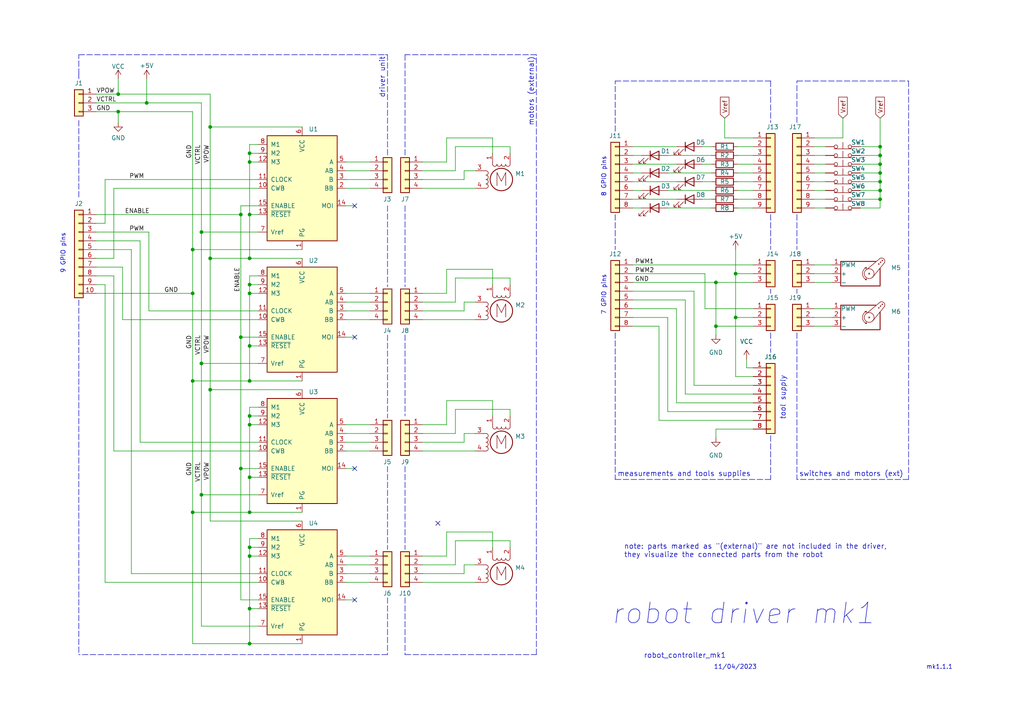
<source format=kicad_sch>
(kicad_sch (version 20211123) (generator eeschema)
  (paper "A4")
  (lib_symbols
    (symbol "Connector_Generic:Conn_01x03" (pin_names (offset 1.016) hide)
      (property "Reference" "J" (at 0 5.08 0))
      (property "Value" "Conn_01x03" (at 0 -5.08 0))
      (symbol "Conn_01x03_1_1"
        (rectangle (start -1.27 -2.413) (end 0 -2.667) (stroke (width 0.1524)))
        (rectangle (start -1.27 0.127) (end 0 -0.127) (stroke (width 0.1524)))
        (rectangle (start -1.27 2.667) (end 0 2.413) (stroke (width 0.1524)))
        (rectangle (start -1.27 3.81) (end 1.27 -3.81) (stroke (width 0.254)) (fill (type background)))
        (pin passive line (at -5.08 2.54 0) (length 3.81) (name "Pin_1") (number "1"))
        (pin passive line (at -5.08 0 0) (length 3.81) (name "Pin_2") (number "2"))
        (pin passive line (at -5.08 -2.54 0) (length 3.81) (name "Pin_3") (number "3"))
      )
    )
    (symbol "Connector_Generic:Conn_01x04" (pin_names (offset 1.016) hide)
      (property "Reference" "J" (at 0 5.08 0))
      (property "Value" "Conn_01x04" (at 0 -7.62 0))
      (symbol "Conn_01x04_1_1"
        (rectangle (start -1.27 -4.953) (end 0 -5.207) (stroke (width 0.1524)))
        (rectangle (start -1.27 -2.413) (end 0 -2.667) (stroke (width 0.1524)))
        (rectangle (start -1.27 0.127) (end 0 -0.127) (stroke (width 0.1524)))
        (rectangle (start -1.27 2.667) (end 0 2.413) (stroke (width 0.1524)))
        (rectangle (start -1.27 3.81) (end 1.27 -6.35) (stroke (width 0.254)) (fill (type background)))
        (pin passive line (at -5.08 2.54 0) (length 3.81) (name "Pin_1") (number "1"))
        (pin passive line (at -5.08 0 0) (length 3.81) (name "Pin_2") (number "2"))
        (pin passive line (at -5.08 -2.54 0) (length 3.81) (name "Pin_3") (number "3"))
        (pin passive line (at -5.08 -5.08 0) (length 3.81) (name "Pin_4") (number "4"))
      )
    )
    (symbol "Connector_Generic:Conn_01x08" (pin_names (offset 1.016) hide)
      (property "Reference" "J" (at 0 10.16 0))
      (property "Value" "Conn_01x08" (at 0 -12.7 0))
      (symbol "Conn_01x08_1_1"
        (rectangle (start -1.27 -10.033) (end 0 -10.287) (stroke (width 0.1524)))
        (rectangle (start -1.27 -7.493) (end 0 -7.747) (stroke (width 0.1524)))
        (rectangle (start -1.27 -4.953) (end 0 -5.207) (stroke (width 0.1524)))
        (rectangle (start -1.27 -2.413) (end 0 -2.667) (stroke (width 0.1524)))
        (rectangle (start -1.27 0.127) (end 0 -0.127) (stroke (width 0.1524)))
        (rectangle (start -1.27 2.667) (end 0 2.413) (stroke (width 0.1524)))
        (rectangle (start -1.27 5.207) (end 0 4.953) (stroke (width 0.1524)))
        (rectangle (start -1.27 7.747) (end 0 7.493) (stroke (width 0.1524)))
        (rectangle (start -1.27 8.89) (end 1.27 -11.43) (stroke (width 0.254)) (fill (type background)))
        (pin passive line (at -5.08 7.62 0) (length 3.81) (name "Pin_1") (number "1"))
        (pin passive line (at -5.08 5.08 0) (length 3.81) (name "Pin_2") (number "2"))
        (pin passive line (at -5.08 2.54 0) (length 3.81) (name "Pin_3") (number "3"))
        (pin passive line (at -5.08 0 0) (length 3.81) (name "Pin_4") (number "4"))
        (pin passive line (at -5.08 -2.54 0) (length 3.81) (name "Pin_5") (number "5"))
        (pin passive line (at -5.08 -5.08 0) (length 3.81) (name "Pin_6") (number "6"))
        (pin passive line (at -5.08 -7.62 0) (length 3.81) (name "Pin_7") (number "7"))
        (pin passive line (at -5.08 -10.16 0) (length 3.81) (name "Pin_8") (number "8"))
      )
    )
    (symbol "Connector_Generic:Conn_01x09" (pin_names (offset 1.016) hide)
      (property "Reference" "J" (at 0 12.7 0))
      (property "Value" "Conn_01x09" (at 0 -12.7 0))
      (symbol "Conn_01x09_1_1"
        (rectangle (start -1.27 -10.033) (end 0 -10.287) (stroke (width 0.1524)))
        (rectangle (start -1.27 -7.493) (end 0 -7.747) (stroke (width 0.1524)))
        (rectangle (start -1.27 -4.953) (end 0 -5.207) (stroke (width 0.1524)))
        (rectangle (start -1.27 -2.413) (end 0 -2.667) (stroke (width 0.1524)))
        (rectangle (start -1.27 0.127) (end 0 -0.127) (stroke (width 0.1524)))
        (rectangle (start -1.27 2.667) (end 0 2.413) (stroke (width 0.1524)))
        (rectangle (start -1.27 5.207) (end 0 4.953) (stroke (width 0.1524)))
        (rectangle (start -1.27 7.747) (end 0 7.493) (stroke (width 0.1524)))
        (rectangle (start -1.27 10.287) (end 0 10.033) (stroke (width 0.1524)))
        (rectangle (start -1.27 11.43) (end 1.27 -11.43) (stroke (width 0.254)) (fill (type background)))
        (pin passive line (at -5.08 10.16 0) (length 3.81) (name "Pin_1") (number "1"))
        (pin passive line (at -5.08 7.62 0) (length 3.81) (name "Pin_2") (number "2"))
        (pin passive line (at -5.08 5.08 0) (length 3.81) (name "Pin_3") (number "3"))
        (pin passive line (at -5.08 2.54 0) (length 3.81) (name "Pin_4") (number "4"))
        (pin passive line (at -5.08 0 0) (length 3.81) (name "Pin_5") (number "5"))
        (pin passive line (at -5.08 -2.54 0) (length 3.81) (name "Pin_6") (number "6"))
        (pin passive line (at -5.08 -5.08 0) (length 3.81) (name "Pin_7") (number "7"))
        (pin passive line (at -5.08 -7.62 0) (length 3.81) (name "Pin_8") (number "8"))
        (pin passive line (at -5.08 -10.16 0) (length 3.81) (name "Pin_9") (number "9"))
      )
    )
    (symbol "Connector_Generic:Conn_01x10" (pin_names (offset 1.016) hide)
      (property "Reference" "J" (at 0 12.7 0))
      (property "Value" "Conn_01x10" (at 0 -15.24 0))
      (symbol "Conn_01x10_1_1"
        (rectangle (start -1.27 -12.573) (end 0 -12.827) (stroke (width 0.1524)))
        (rectangle (start -1.27 -10.033) (end 0 -10.287) (stroke (width 0.1524)))
        (rectangle (start -1.27 -7.493) (end 0 -7.747) (stroke (width 0.1524)))
        (rectangle (start -1.27 -4.953) (end 0 -5.207) (stroke (width 0.1524)))
        (rectangle (start -1.27 -2.413) (end 0 -2.667) (stroke (width 0.1524)))
        (rectangle (start -1.27 0.127) (end 0 -0.127) (stroke (width 0.1524)))
        (rectangle (start -1.27 2.667) (end 0 2.413) (stroke (width 0.1524)))
        (rectangle (start -1.27 5.207) (end 0 4.953) (stroke (width 0.1524)))
        (rectangle (start -1.27 7.747) (end 0 7.493) (stroke (width 0.1524)))
        (rectangle (start -1.27 10.287) (end 0 10.033) (stroke (width 0.1524)))
        (rectangle (start -1.27 11.43) (end 1.27 -13.97) (stroke (width 0.254)) (fill (type background)))
        (pin passive line (at -5.08 10.16 0) (length 3.81) (name "Pin_1") (number "1"))
        (pin passive line (at -5.08 -12.7 0) (length 3.81) (name "Pin_10") (number "10"))
        (pin passive line (at -5.08 7.62 0) (length 3.81) (name "Pin_2") (number "2"))
        (pin passive line (at -5.08 5.08 0) (length 3.81) (name "Pin_3") (number "3"))
        (pin passive line (at -5.08 2.54 0) (length 3.81) (name "Pin_4") (number "4"))
        (pin passive line (at -5.08 0 0) (length 3.81) (name "Pin_5") (number "5"))
        (pin passive line (at -5.08 -2.54 0) (length 3.81) (name "Pin_6") (number "6"))
        (pin passive line (at -5.08 -5.08 0) (length 3.81) (name "Pin_7") (number "7"))
        (pin passive line (at -5.08 -7.62 0) (length 3.81) (name "Pin_8") (number "8"))
        (pin passive line (at -5.08 -10.16 0) (length 3.81) (name "Pin_9") (number "9"))
      )
    )
    (symbol "Device:LED" (pin_numbers hide) (pin_names (offset 1.016) hide)
      (property "Reference" "D" (at 0 2.54 0))
      (property "Value" "LED" (at 0 -2.54 0))
      (symbol "LED_0_1"
        (polyline (pts (xy -1.27 -1.27) (xy -1.27 1.27)) (stroke (width 0.254)))
        (polyline (pts (xy -1.27 0) (xy 1.27 0)))
        (polyline (pts (xy 1.27 -1.27) (xy 1.27 1.27) (xy -1.27 0) (xy 1.27 -1.27)) (stroke (width 0.254)))
        (polyline (pts (xy -3.048 -0.762) (xy -4.572 -2.286) (xy -3.81 -2.286) (xy -4.572 -2.286) (xy -4.572 -1.524)))
        (polyline (pts (xy -1.778 -0.762) (xy -3.302 -2.286) (xy -2.54 -2.286) (xy -3.302 -2.286) (xy -3.302 -1.524)))
      )
      (symbol "LED_1_1"
        (pin passive line (at -3.81 0 0) (length 2.54) (name "K") (number "1"))
        (pin passive line (at 3.81 0 180) (length 2.54) (name "A") (number "2"))
      )
    )
    (symbol "Device:R" (pin_numbers hide) (pin_names (offset 0))
      (property "Reference" "R" (at 2.032 0 90))
      (property "Value" "R" (at 0 0 90))
      (symbol "R_0_1"
        (rectangle (start -1.016 -2.54) (end 1.016 2.54) (stroke (width 0.254)))
      )
      (symbol "R_1_1"
        (pin passive line (at 0 3.81 270) (length 1.27) (name "~") (number "1"))
        (pin passive line (at 0 -3.81 90) (length 1.27) (name "~") (number "2"))
      )
    )
    (symbol "Driver_Motor:STK672-080-E" (pin_names (offset 1.016))
      (property "Reference" "U" (at -7.62 16.51 0))
      (property "Value" "STK672-080-E" (at 0 0 90))
      (symbol "STK672-080-E_0_1"
        (rectangle (start -10.16 15.24) (end 10.16 -15.24) (stroke (width 0.254)) (fill (type background)))
      )
      (symbol "STK672-080-E_1_1"
        (pin power_in line (at 0 -17.78 90) (length 2.54) (name "PG") (number "1"))
        (pin input line (at -12.7 0 0) (length 2.54) (name "CWB") (number "10"))
        (pin input line (at -12.7 2.54 0) (length 2.54) (name "CLOCK") (number "11"))
        (pin input line (at -12.7 7.62 0) (length 2.54) (name "M3") (number "12"))
        (pin input line (at -12.7 -7.62 0) (length 2.54) (name "~{RESET}") (number "13"))
        (pin output line (at 12.7 -5.08 180) (length 2.54) (name "MOI") (number "14"))
        (pin input line (at -12.7 -5.08 0) (length 2.54) (name "ENABLE") (number "15"))
        (pin output line (at 12.7 0 180) (length 2.54) (name "BB") (number "2"))
        (pin output line (at 12.7 2.54 180) (length 2.54) (name "B") (number "3"))
        (pin output line (at 12.7 5.08 180) (length 2.54) (name "AB") (number "4"))
        (pin output line (at 12.7 7.62 180) (length 2.54) (name "A") (number "5"))
        (pin power_in line (at 0 17.78 270) (length 2.54) (name "VCC") (number "6"))
        (pin input line (at -12.7 -12.7 0) (length 2.54) (name "Vref") (number "7"))
        (pin input line (at -12.7 12.7 0) (length 2.54) (name "M1") (number "8"))
        (pin input line (at -12.7 10.16 0) (length 2.54) (name "M2") (number "9"))
      )
    )
    (symbol "GND_1" (power) (pin_names (offset 0))
      (property "Value" "GND_1" (at 0 -3.81 0))
      (symbol "GND_1_0_1"
        (polyline (pts (xy 0 0) (xy 0 -1.27) (xy 1.27 -1.27) (xy 0 -2.54) (xy -1.27 -1.27) (xy 0 -1.27)))
      )
      (symbol "GND_1_1_1"
        (pin power_in line (at 0 0 270) (length 0) hide (name "GND") (number "1"))
      )
    )
    (symbol "Motor:Motor_Servo" (pin_names (offset 0.0254))
      (property "Reference" "M" (at -5.08 4.445 0))
      (property "Value" "Motor_Servo" (at -5.08 -4.064 0))
      (symbol "Motor_Servo_0_1"
        (polyline (pts (xy 2.413 -1.778) (xy 2.032 -1.778)))
        (polyline (pts (xy 2.413 -1.778) (xy 2.286 -1.397)))
        (polyline (pts (xy 2.413 1.778) (xy 1.905 1.778)))
        (polyline (pts (xy 2.413 1.778) (xy 2.286 1.397)))
        (polyline (pts (xy 6.35 4.445) (xy 2.54 1.27)))
        (polyline (pts (xy 7.62 3.175) (xy 4.191 -1.016)))
        (polyline (pts (xy 5.08 3.556) (xy -5.08 3.556) (xy -5.08 -3.556) (xy 6.35 -3.556) (xy 6.35 1.524)) (stroke (width 0.254)))
        (arc (start 2.413 1.778) (mid 1.2406 0) (end 2.413 -1.778))
        (circle (center 3.175 0) (radius 0.1778))
        (circle (center 3.175 0) (radius 1.4224))
        (circle (center 5.969 2.794) (radius 0.127))
        (circle (center 6.477 3.302) (radius 0.127))
        (circle (center 6.985 3.81) (radius 0.127))
        (arc (start 7.62 3.175) (mid 7.4485 4.2735) (end 6.35 4.445))
      )
      (symbol "Motor_Servo_1_1"
        (pin passive line (at -7.62 2.54 0) (length 2.54) (name "PWM") (number "1"))
        (pin passive line (at -7.62 0 0) (length 2.54) (name "+") (number "2"))
        (pin passive line (at -7.62 -2.54 0) (length 2.54) (name "-") (number "3"))
      )
    )
    (symbol "Motor:Stepper_Motor_bipolar" (pin_names (offset 0) hide)
      (property "Reference" "M" (at 3.81 2.54 0))
      (property "Value" "Stepper_Motor_bipolar" (at 3.81 1.27 0))
      (symbol "Stepper_Motor_bipolar_0_0"
        (polyline (pts (xy -1.27 -1.778) (xy -1.27 2.032) (xy 0 -0.508) (xy 1.27 2.032) (xy 1.27 -1.778)))
      )
      (symbol "Stepper_Motor_bipolar_0_1"
        (arc (start -4.445 -2.54) (mid -3.81 -1.905) (end -4.445 -1.27))
        (arc (start -4.445 -1.27) (mid -3.81 -0.635) (end -4.445 0))
        (arc (start -4.445 0) (mid -3.81 0.635) (end -4.445 1.27))
        (arc (start -4.445 1.27) (mid -3.81 1.905) (end -4.445 2.54))
        (arc (start -2.54 4.445) (mid -1.905 3.81) (end -1.27 4.445))
        (arc (start -1.27 4.445) (mid -0.635 3.81) (end 0 4.445))
        (polyline (pts (xy -5.08 -2.54) (xy -4.445 -2.54)))
        (polyline (pts (xy -5.08 2.54) (xy -4.445 2.54)))
        (polyline (pts (xy -2.54 5.08) (xy -2.54 4.445)))
        (polyline (pts (xy 2.54 5.08) (xy 2.54 4.445)))
        (circle (center 0 0) (radius 3.2512) (stroke (width 0.254)))
        (arc (start 0 4.445) (mid 0.635 3.81) (end 1.27 4.445))
        (arc (start 1.27 4.445) (mid 1.905 3.81) (end 2.54 4.445))
      )
      (symbol "Stepper_Motor_bipolar_1_1"
        (pin passive line (at -2.54 7.62 270) (length 2.54) (name "~") (number "1"))
        (pin passive line (at 2.54 7.62 270) (length 2.54) (name "-") (number "2"))
        (pin passive line (at -7.62 2.54 0) (length 2.54) (name "~") (number "3"))
        (pin passive line (at -7.62 -2.54 0) (length 2.54) (name "~") (number "4"))
      )
    )
    (symbol "Switch:SW_Push_Open" (pin_numbers hide) (pin_names (offset 1.016) hide)
      (property "Reference" "SW" (at 0 2.54 0))
      (property "Value" "SW_Push_Open" (at 0 -1.905 0))
      (symbol "SW_Push_Open_0_1"
        (circle (center -2.032 0) (radius 0.508))
        (polyline (pts (xy -2.54 -0.635) (xy 2.54 -0.635)))
        (polyline (pts (xy 0 -0.635) (xy 0 1.27)))
        (circle (center 2.032 0) (radius 0.508))
        (pin passive line (at -5.08 0 0) (length 2.54) (name "A") (number "1"))
      )
      (symbol "SW_Push_Open_1_1"
        (pin passive line (at 5.08 0 180) (length 2.54) (name "B") (number "2"))
      )
    )
    (symbol "VCC_1" (power) (pin_names (offset 0))
      (property "Value" "VCC_1" (at 0 3.81 0))
      (symbol "VCC_1_0_1"
        (polyline (pts (xy -0.762 1.27) (xy 0 2.54)))
        (polyline (pts (xy 0 0) (xy 0 2.54)))
        (polyline (pts (xy 0 2.54) (xy 0.762 1.27)))
      )
      (symbol "VCC_1_1_1"
        (pin power_in line (at 0 0 90) (length 0) hide (name "VCC") (number "1"))
      )
    )
    (symbol "power:+5V" (power) (pin_names (offset 0))
      (property "Value" "+5V" (at 0 3.556 0))
      (symbol "+5V_0_1"
        (polyline (pts (xy -0.762 1.27) (xy 0 2.54)))
        (polyline (pts (xy 0 0) (xy 0 2.54)))
        (polyline (pts (xy 0 2.54) (xy 0.762 1.27)))
      )
      (symbol "+5V_1_1"
        (pin power_in line (at 0 0 90) (length 0) hide (name "+5V") (number "1"))
      )
    )
    (symbol "power:GND" (power) (pin_names (offset 0))
      (property "Value" "GND" (at 0 -3.81 0))
      (symbol "GND_0_1"
        (polyline (pts (xy 0 0) (xy 0 -1.27) (xy 1.27 -1.27) (xy 0 -2.54) (xy -1.27 -1.27) (xy 0 -1.27)))
      )
      (symbol "GND_1_1"
        (pin power_in line (at 0 0 270) (length 0) hide (name "GND") (number "1"))
      )
    )
    (symbol "power:VCC" (power) (pin_names (offset 0))
      (property "Value" "VCC" (at 0 3.81 0))
      (symbol "VCC_0_1"
        (polyline (pts (xy -0.762 1.27) (xy 0 2.54)))
        (polyline (pts (xy 0 0) (xy 0 2.54)))
        (polyline (pts (xy 0 2.54) (xy 0.762 1.27)))
      )
      (symbol "VCC_1_1"
        (pin power_in line (at 0 0 90) (length 0) hide (name "VCC") (number "1"))
      )
    )
  )
  (junction (at 255.27 55.245))
  (junction (at 60.96 36.83))
  (junction (at 255.27 57.785))
  (junction (at 72.39 110.49))
  (junction (at 255.27 45.085))
  (junction (at 72.39 186.69))
  (junction (at 72.39 100.33))
  (junction (at 55.88 72.39))
  (junction (at 72.39 82.55))
  (junction (at 72.39 74.93))
  (junction (at 55.88 148.59))
  (junction (at 60.96 113.03))
  (junction (at 58.42 105.41))
  (junction (at 207.645 81.915))
  (junction (at 72.39 85.09))
  (junction (at 72.39 123.19))
  (junction (at 72.39 44.45))
  (junction (at 255.27 42.545))
  (junction (at 69.85 97.79))
  (junction (at 213.36 79.375))
  (junction (at 255.27 50.165))
  (junction (at 34.29 27.305))
  (junction (at 55.88 85.09))
  (junction (at 60.96 74.93))
  (junction (at 255.27 52.705))
  (junction (at 34.29 32.385))
  (junction (at 207.645 94.615))
  (junction (at 72.39 176.53))
  (junction (at 58.42 67.31))
  (junction (at 72.39 46.99))
  (junction (at 72.39 138.43))
  (junction (at 69.85 62.23))
  (junction (at 72.39 120.65))
  (junction (at 72.39 158.75))
  (junction (at 58.42 143.51))
  (junction (at 72.39 148.59))
  (junction (at 213.36 92.075))
  (junction (at 55.88 110.49))
  (junction (at 72.39 161.29))
  (junction (at 255.27 47.625))
  (junction (at 42.545 29.845))
  (junction (at 72.39 62.23))
  (junction (at 69.85 135.89))
  (no_connect (at 102.87 97.79))
  (no_connect (at 102.87 135.89))
  (no_connect (at 102.87 173.99))
  (no_connect (at 127 151.765))
  (no_connect (at 102.87 59.69))
  (polyline (pts (xy 22.86 15.875) (xy 111.76 15.875)))
  (wire (pts (xy 183.515 86.995) (xy 198.755 86.995)))
  (wire (pts (xy 87.63 113.03) (xy 60.96 113.03)))
  (wire (pts (xy 43.18 90.17) (xy 43.18 67.31)))
  (wire (pts (xy 27.94 62.23) (xy 69.85 62.23)))
  (wire (pts (xy 210.185 34.29) (xy 210.185 40.005)))
  (wire (pts (xy 122.555 168.91) (xy 137.795 168.91)))
  (wire (pts (xy 58.42 67.31) (xy 74.93 67.31)))
  (wire (pts (xy 72.39 176.53) (xy 74.93 176.53)))
  (wire (pts (xy 236.22 81.915) (xy 241.3 81.915)))
  (wire (pts (xy 72.39 62.23) (xy 72.39 46.99)))
  (wire (pts (xy 74.93 92.71) (xy 35.56 92.71)))
  (wire (pts (xy 74.93 118.11) (xy 72.39 118.11)))
  (wire (pts (xy 55.88 148.59) (xy 72.39 148.59)))
  (wire (pts (xy 129.54 40.005) (xy 142.875 40.005)))
  (wire (pts (xy 183.515 52.705) (xy 196.215 52.705)))
  (wire (pts (xy 134.62 166.37) (xy 134.62 163.83)))
  (polyline (pts (xy 223.52 83.82) (xy 223.52 85.09)))
  (wire (pts (xy 72.39 176.53) (xy 72.39 186.69)))
  (wire (pts (xy 183.515 42.545) (xy 196.215 42.545)))
  (wire (pts (xy 74.93 90.17) (xy 43.18 90.17)))
  (wire (pts (xy 236.22 47.625) (xy 239.395 47.625)))
  (wire (pts (xy 100.33 92.71) (xy 107.315 92.71)))
  (polyline (pts (xy 112.395 97.155) (xy 112.395 121.285)))
  (wire (pts (xy 122.555 90.17) (xy 134.62 90.17)))
  (wire (pts (xy 100.33 163.83) (xy 107.315 163.83)))
  (wire (pts (xy 35.56 77.47) (xy 27.94 77.47)))
  (polyline (pts (xy 112.395 189.865) (xy 22.86 189.865)))
  (wire (pts (xy 100.33 125.73) (xy 107.315 125.73)))
  (polyline (pts (xy 231.14 96.52) (xy 231.14 139.065)))
  (wire (pts (xy 100.33 52.07) (xy 107.315 52.07)))
  (wire (pts (xy 43.18 67.31) (xy 27.94 67.31)))
  (wire (pts (xy 122.555 49.53) (xy 132.08 49.53)))
  (wire (pts (xy 100.33 168.91) (xy 107.315 168.91)))
  (wire (pts (xy 100.33 128.27) (xy 107.315 128.27)))
  (wire (pts (xy 132.08 49.53) (xy 132.08 42.545)))
  (wire (pts (xy 74.93 128.27) (xy 40.64 128.27)))
  (wire (pts (xy 255.27 45.085) (xy 255.27 47.625)))
  (wire (pts (xy 60.96 74.93) (xy 72.39 74.93)))
  (wire (pts (xy 122.555 130.81) (xy 137.795 130.81)))
  (polyline (pts (xy 155.575 15.875) (xy 117.475 15.875)))
  (wire (pts (xy 147.955 80.645) (xy 147.955 82.55)))
  (wire (pts (xy 122.555 166.37) (xy 134.62 166.37)))
  (wire (pts (xy 249.555 55.245) (xy 255.27 55.245)))
  (wire (pts (xy 236.22 55.245) (xy 239.395 55.245)))
  (wire (pts (xy 122.555 123.19) (xy 129.54 123.19)))
  (wire (pts (xy 213.995 50.165) (xy 218.44 50.165)))
  (wire (pts (xy 72.39 46.99) (xy 74.93 46.99)))
  (polyline (pts (xy 223.52 96.52) (xy 223.52 102.235)))
  (wire (pts (xy 27.94 74.93) (xy 33.02 74.93)))
  (wire (pts (xy 72.39 161.29) (xy 74.93 161.29)))
  (wire (pts (xy 40.64 69.85) (xy 27.94 69.85)))
  (wire (pts (xy 249.555 42.545) (xy 255.27 42.545)))
  (wire (pts (xy 69.85 173.99) (xy 74.93 173.99)))
  (wire (pts (xy 60.96 151.13) (xy 87.63 151.13)))
  (polyline (pts (xy 223.52 23.495) (xy 223.52 35.56)))
  (wire (pts (xy 207.645 124.46) (xy 207.645 127)))
  (wire (pts (xy 213.995 47.625) (xy 218.44 47.625)))
  (wire (pts (xy 72.39 148.59) (xy 87.63 148.59)))
  (wire (pts (xy 60.96 27.305) (xy 60.96 36.83)))
  (wire (pts (xy 72.39 186.69) (xy 87.63 186.69)))
  (polyline (pts (xy 117.475 59.69) (xy 117.475 83.185)))
  (wire (pts (xy 249.555 50.165) (xy 255.27 50.165)))
  (wire (pts (xy 236.22 92.075) (xy 241.3 92.075)))
  (wire (pts (xy 100.33 85.09) (xy 107.315 85.09)))
  (wire (pts (xy 33.02 74.93) (xy 33.02 54.61)))
  (wire (pts (xy 183.515 76.835) (xy 218.44 76.835)))
  (wire (pts (xy 122.555 163.83) (xy 132.08 163.83)))
  (wire (pts (xy 244.475 40.005) (xy 244.475 34.29)))
  (wire (pts (xy 196.215 116.84) (xy 218.44 116.84)))
  (wire (pts (xy 69.85 97.79) (xy 74.93 97.79)))
  (wire (pts (xy 69.85 59.69) (xy 69.85 62.23)))
  (wire (pts (xy 213.995 55.245) (xy 218.44 55.245)))
  (wire (pts (xy 69.85 97.79) (xy 69.85 135.89)))
  (wire (pts (xy 72.39 110.49) (xy 87.63 110.49)))
  (wire (pts (xy 236.22 76.835) (xy 241.3 76.835)))
  (wire (pts (xy 203.835 52.705) (xy 206.375 52.705)))
  (wire (pts (xy 72.39 138.43) (xy 74.93 138.43)))
  (wire (pts (xy 255.27 47.625) (xy 255.27 50.165)))
  (wire (pts (xy 191.135 94.615) (xy 191.135 121.92)))
  (polyline (pts (xy 263.525 23.495) (xy 263.525 139.065)))
  (wire (pts (xy 33.02 130.81) (xy 33.02 80.01)))
  (wire (pts (xy 72.39 44.45) (xy 74.93 44.45)))
  (wire (pts (xy 255.27 50.165) (xy 255.27 52.705)))
  (wire (pts (xy 191.135 121.92) (xy 218.44 121.92)))
  (wire (pts (xy 134.62 125.73) (xy 137.795 125.73)))
  (wire (pts (xy 69.85 62.23) (xy 69.85 97.79)))
  (wire (pts (xy 236.22 89.535) (xy 241.3 89.535)))
  (wire (pts (xy 134.62 87.63) (xy 137.795 87.63)))
  (wire (pts (xy 129.54 85.09) (xy 129.54 78.105)))
  (wire (pts (xy 213.36 79.375) (xy 213.36 92.075)))
  (wire (pts (xy 147.955 156.845) (xy 147.955 158.75)))
  (wire (pts (xy 201.295 111.76) (xy 218.44 111.76)))
  (polyline (pts (xy 178.435 23.495) (xy 223.52 23.495)))
  (wire (pts (xy 183.515 45.085) (xy 186.055 45.085)))
  (wire (pts (xy 236.22 45.085) (xy 239.395 45.085)))
  (wire (pts (xy 193.675 45.085) (xy 206.375 45.085)))
  (wire (pts (xy 102.87 173.99) (xy 100.33 173.99)))
  (wire (pts (xy 213.36 72.39) (xy 213.36 79.375)))
  (wire (pts (xy 72.39 138.43) (xy 72.39 148.59)))
  (wire (pts (xy 249.555 45.085) (xy 255.27 45.085)))
  (wire (pts (xy 142.875 78.105) (xy 142.875 82.55)))
  (wire (pts (xy 183.515 81.915) (xy 207.645 81.915)))
  (wire (pts (xy 38.1 72.39) (xy 27.94 72.39)))
  (wire (pts (xy 72.39 161.29) (xy 72.39 176.53)))
  (wire (pts (xy 74.93 59.69) (xy 69.85 59.69)))
  (polyline (pts (xy 112.395 135.255) (xy 112.395 159.385)))
  (wire (pts (xy 204.47 89.535) (xy 218.44 89.535)))
  (wire (pts (xy 58.42 105.41) (xy 74.93 105.41)))
  (wire (pts (xy 236.22 40.005) (xy 244.475 40.005)))
  (wire (pts (xy 213.36 92.075) (xy 218.44 92.075)))
  (wire (pts (xy 72.39 118.11) (xy 72.39 120.65)))
  (wire (pts (xy 255.27 42.545) (xy 255.27 45.085)))
  (wire (pts (xy 122.555 92.71) (xy 137.795 92.71)))
  (wire (pts (xy 193.675 119.38) (xy 218.44 119.38)))
  (wire (pts (xy 236.22 42.545) (xy 239.395 42.545)))
  (wire (pts (xy 74.93 62.23) (xy 72.39 62.23)))
  (wire (pts (xy 30.48 82.55) (xy 30.48 168.91)))
  (polyline (pts (xy 231.14 23.495) (xy 263.525 23.495)))
  (polyline (pts (xy 22.86 21.59) (xy 22.86 22.86)))
  (wire (pts (xy 213.995 52.705) (xy 218.44 52.705)))
  (wire (pts (xy 193.675 60.325) (xy 206.375 60.325)))
  (wire (pts (xy 34.29 27.305) (xy 60.96 27.305)))
  (wire (pts (xy 34.29 32.385) (xy 34.29 35.56)))
  (wire (pts (xy 198.755 114.3) (xy 218.44 114.3)))
  (wire (pts (xy 55.88 110.49) (xy 72.39 110.49)))
  (wire (pts (xy 142.875 116.205) (xy 142.875 120.65)))
  (wire (pts (xy 132.08 42.545) (xy 147.955 42.545)))
  (wire (pts (xy 193.675 55.245) (xy 206.375 55.245)))
  (wire (pts (xy 58.42 67.31) (xy 58.42 105.41)))
  (wire (pts (xy 55.88 72.39) (xy 87.63 72.39)))
  (wire (pts (xy 183.515 55.245) (xy 186.055 55.245)))
  (wire (pts (xy 132.08 156.845) (xy 147.955 156.845)))
  (wire (pts (xy 249.555 57.785) (xy 255.27 57.785)))
  (wire (pts (xy 60.96 36.83) (xy 87.63 36.83)))
  (wire (pts (xy 255.27 52.705) (xy 255.27 55.245)))
  (wire (pts (xy 74.93 130.81) (xy 33.02 130.81)))
  (wire (pts (xy 72.39 46.99) (xy 72.39 44.45)))
  (wire (pts (xy 134.62 90.17) (xy 134.62 87.63)))
  (wire (pts (xy 33.02 80.01) (xy 27.94 80.01)))
  (wire (pts (xy 34.29 22.86) (xy 34.29 27.305)))
  (wire (pts (xy 35.56 92.71) (xy 35.56 77.47)))
  (polyline (pts (xy 117.475 15.875) (xy 117.475 45.085)))
  (wire (pts (xy 132.08 163.83) (xy 132.08 156.845)))
  (wire (pts (xy 134.62 163.83) (xy 137.795 163.83)))
  (wire (pts (xy 100.33 90.17) (xy 107.315 90.17)))
  (wire (pts (xy 72.39 100.33) (xy 74.93 100.33)))
  (wire (pts (xy 134.62 128.27) (xy 134.62 125.73)))
  (wire (pts (xy 236.22 79.375) (xy 241.3 79.375)))
  (wire (pts (xy 74.93 166.37) (xy 38.1 166.37)))
  (wire (pts (xy 236.22 57.785) (xy 239.395 57.785)))
  (wire (pts (xy 183.515 89.535) (xy 196.215 89.535)))
  (wire (pts (xy 129.54 123.19) (xy 129.54 116.205)))
  (wire (pts (xy 27.94 27.305) (xy 34.29 27.305)))
  (wire (pts (xy 42.545 29.845) (xy 58.42 29.845)))
  (wire (pts (xy 122.555 161.29) (xy 129.54 161.29)))
  (wire (pts (xy 74.93 156.21) (xy 72.39 156.21)))
  (wire (pts (xy 55.88 72.39) (xy 55.88 85.09)))
  (polyline (pts (xy 112.395 15.875) (xy 112.395 45.085)))
  (wire (pts (xy 147.955 118.745) (xy 147.955 120.65)))
  (wire (pts (xy 255.27 34.29) (xy 255.27 42.545)))
  (wire (pts (xy 58.42 105.41) (xy 58.42 143.51)))
  (wire (pts (xy 30.48 168.91) (xy 74.93 168.91)))
  (wire (pts (xy 183.515 94.615) (xy 191.135 94.615)))
  (wire (pts (xy 196.215 89.535) (xy 196.215 116.84)))
  (wire (pts (xy 100.33 130.81) (xy 107.315 130.81)))
  (wire (pts (xy 72.39 120.65) (xy 72.39 123.19)))
  (wire (pts (xy 55.88 186.69) (xy 72.39 186.69)))
  (wire (pts (xy 203.835 42.545) (xy 206.375 42.545)))
  (wire (pts (xy 100.33 161.29) (xy 107.315 161.29)))
  (wire (pts (xy 129.54 46.99) (xy 129.54 40.005)))
  (wire (pts (xy 72.39 82.55) (xy 74.93 82.55)))
  (wire (pts (xy 100.33 123.19) (xy 107.315 123.19)))
  (wire (pts (xy 134.62 49.53) (xy 137.795 49.53)))
  (wire (pts (xy 55.88 186.69) (xy 55.88 148.59)))
  (wire (pts (xy 72.39 85.09) (xy 72.39 100.33)))
  (wire (pts (xy 72.39 158.75) (xy 74.93 158.75)))
  (wire (pts (xy 72.39 85.09) (xy 74.93 85.09)))
  (polyline (pts (xy 117.475 135.255) (xy 117.475 159.385)))
  (wire (pts (xy 55.88 85.09) (xy 55.88 110.49)))
  (wire (pts (xy 69.85 135.89) (xy 69.85 173.99)))
  (wire (pts (xy 38.1 166.37) (xy 38.1 72.39)))
  (wire (pts (xy 183.515 92.075) (xy 193.675 92.075)))
  (polyline (pts (xy 178.435 62.23) (xy 178.435 72.39)))
  (wire (pts (xy 122.555 87.63) (xy 132.08 87.63)))
  (wire (pts (xy 122.555 85.09) (xy 129.54 85.09)))
  (wire (pts (xy 60.96 36.83) (xy 60.96 74.93)))
  (wire (pts (xy 255.27 55.245) (xy 255.27 57.785)))
  (wire (pts (xy 33.02 54.61) (xy 74.93 54.61)))
  (polyline (pts (xy 231.14 62.23) (xy 231.14 72.39)))
  (polyline (pts (xy 263.525 139.065) (xy 231.14 139.065)))
  (wire (pts (xy 207.645 94.615) (xy 218.44 94.615)))
  (wire (pts (xy 72.39 41.91) (xy 74.93 41.91)))
  (wire (pts (xy 42.545 22.86) (xy 42.545 29.845)))
  (wire (pts (xy 30.48 52.07) (xy 74.93 52.07)))
  (polyline (pts (xy 22.86 34.925) (xy 22.86 57.15)))
  (wire (pts (xy 142.875 40.005) (xy 142.875 44.45)))
  (wire (pts (xy 102.87 135.89) (xy 100.33 135.89)))
  (wire (pts (xy 27.94 29.845) (xy 42.545 29.845)))
  (wire (pts (xy 183.515 84.455) (xy 201.295 84.455)))
  (wire (pts (xy 142.875 154.305) (xy 142.875 158.75)))
  (wire (pts (xy 132.08 87.63) (xy 132.08 80.645)))
  (wire (pts (xy 60.96 113.03) (xy 60.96 151.13)))
  (wire (pts (xy 183.515 47.625) (xy 196.215 47.625)))
  (wire (pts (xy 72.39 123.19) (xy 74.93 123.19)))
  (wire (pts (xy 27.94 32.385) (xy 34.29 32.385)))
  (polyline (pts (xy 223.52 126.365) (xy 223.52 139.065)))
  (wire (pts (xy 255.27 57.785) (xy 255.27 60.325)))
  (wire (pts (xy 207.645 94.615) (xy 207.645 97.155)))
  (wire (pts (xy 100.33 97.79) (xy 102.87 97.79)))
  (wire (pts (xy 213.995 57.785) (xy 218.44 57.785)))
  (wire (pts (xy 203.835 47.625) (xy 206.375 47.625)))
  (polyline (pts (xy 117.475 97.155) (xy 117.475 120.65)))
  (wire (pts (xy 27.94 82.55) (xy 30.48 82.55)))
  (wire (pts (xy 207.645 94.615) (xy 207.645 81.915)))
  (polyline (pts (xy 111.76 15.875) (xy 112.395 15.875)))
  (wire (pts (xy 55.88 110.49) (xy 55.88 148.59)))
  (wire (pts (xy 72.39 120.65) (xy 74.93 120.65)))
  (wire (pts (xy 55.88 32.385) (xy 55.88 72.39)))
  (wire (pts (xy 102.87 59.69) (xy 100.33 59.69)))
  (wire (pts (xy 193.675 92.075) (xy 193.675 119.38)))
  (wire (pts (xy 72.39 62.23) (xy 72.39 74.93)))
  (wire (pts (xy 100.33 166.37) (xy 107.315 166.37)))
  (wire (pts (xy 60.96 74.93) (xy 60.96 113.03)))
  (wire (pts (xy 129.54 78.105) (xy 142.875 78.105)))
  (wire (pts (xy 132.08 125.73) (xy 132.08 118.745)))
  (wire (pts (xy 100.33 46.99) (xy 107.315 46.99)))
  (wire (pts (xy 129.54 116.205) (xy 142.875 116.205)))
  (wire (pts (xy 249.555 52.705) (xy 255.27 52.705)))
  (wire (pts (xy 207.645 81.915) (xy 218.44 81.915)))
  (wire (pts (xy 72.39 44.45) (xy 72.39 41.91)))
  (polyline (pts (xy 117.475 189.865) (xy 155.575 189.865)))
  (wire (pts (xy 72.39 156.21) (xy 72.39 158.75)))
  (wire (pts (xy 72.39 80.01) (xy 72.39 82.55)))
  (wire (pts (xy 183.515 57.785) (xy 196.215 57.785)))
  (wire (pts (xy 100.33 87.63) (xy 107.315 87.63)))
  (wire (pts (xy 204.47 79.375) (xy 204.47 89.535)))
  (polyline (pts (xy 112.395 173.355) (xy 112.395 189.865)))
  (wire (pts (xy 129.54 154.305) (xy 142.875 154.305)))
  (wire (pts (xy 134.62 52.07) (xy 134.62 49.53)))
  (polyline (pts (xy 155.575 189.865) (xy 155.575 15.875)))
  (polyline (pts (xy 223.52 62.23) (xy 223.52 72.39)))
  (wire (pts (xy 100.33 54.61) (xy 107.315 54.61)))
  (wire (pts (xy 203.835 57.785) (xy 206.375 57.785)))
  (wire (pts (xy 236.22 50.165) (xy 239.395 50.165)))
  (wire (pts (xy 249.555 47.625) (xy 255.27 47.625)))
  (polyline (pts (xy 117.475 173.355) (xy 117.475 189.865)))
  (wire (pts (xy 58.42 181.61) (xy 74.93 181.61)))
  (polyline (pts (xy 22.86 86.995) (xy 22.86 189.865)))
  (wire (pts (xy 72.39 158.75) (xy 72.39 161.29)))
  (wire (pts (xy 72.39 123.19) (xy 72.39 138.43)))
  (wire (pts (xy 27.94 85.09) (xy 55.88 85.09)))
  (wire (pts (xy 30.48 52.07) (xy 30.48 64.77)))
  (wire (pts (xy 236.22 52.705) (xy 239.395 52.705)))
  (wire (pts (xy 122.555 46.99) (xy 129.54 46.99)))
  (wire (pts (xy 40.64 128.27) (xy 40.64 69.85)))
  (wire (pts (xy 216.535 106.68) (xy 218.44 106.68)))
  (polyline (pts (xy 178.435 139.065) (xy 223.52 139.065)))
  (wire (pts (xy 213.995 42.545) (xy 218.44 42.545)))
  (wire (pts (xy 122.555 52.07) (xy 134.62 52.07)))
  (wire (pts (xy 122.555 54.61) (xy 137.795 54.61)))
  (polyline (pts (xy 178.435 96.52) (xy 178.435 139.065)))
  (wire (pts (xy 236.22 94.615) (xy 241.3 94.615)))
  (wire (pts (xy 74.93 80.01) (xy 72.39 80.01)))
  (wire (pts (xy 201.295 84.455) (xy 201.295 111.76)))
  (wire (pts (xy 100.33 49.53) (xy 107.315 49.53)))
  (wire (pts (xy 72.39 100.33) (xy 72.39 110.49)))
  (wire (pts (xy 210.185 40.005) (xy 218.44 40.005)))
  (wire (pts (xy 147.955 42.545) (xy 147.955 44.45)))
  (wire (pts (xy 218.44 124.46) (xy 207.645 124.46)))
  (wire (pts (xy 129.54 161.29) (xy 129.54 154.305)))
  (wire (pts (xy 198.755 86.995) (xy 198.755 114.3)))
  (wire (pts (xy 72.39 74.93) (xy 87.63 74.93)))
  (wire (pts (xy 69.85 135.89) (xy 74.93 135.89)))
  (wire (pts (xy 72.39 82.55) (xy 72.39 85.09)))
  (polyline (pts (xy 231.14 35.56) (xy 231.14 23.495)))
  (wire (pts (xy 183.515 50.165) (xy 186.055 50.165)))
  (wire (pts (xy 183.515 60.325) (xy 186.055 60.325)))
  (wire (pts (xy 132.08 118.745) (xy 147.955 118.745)))
  (polyline (pts (xy 118.11 15.875) (xy 117.475 15.875)))
  (polyline (pts (xy 178.435 38.1) (xy 178.435 23.495)))
  (wire (pts (xy 213.36 92.075) (xy 213.36 109.22)))
  (wire (pts (xy 193.675 50.165) (xy 206.375 50.165)))
  (wire (pts (xy 213.36 109.22) (xy 218.44 109.22)))
  (wire (pts (xy 34.29 32.385) (xy 55.88 32.385)))
  (polyline (pts (xy 112.395 59.69) (xy 112.395 83.185)))
  (polyline (pts (xy 22.86 21.59) (xy 22.86 15.875)))
  (wire (pts (xy 58.42 143.51) (xy 74.93 143.51)))
  (wire (pts (xy 122.555 125.73) (xy 132.08 125.73)))
  (wire (pts (xy 183.515 79.375) (xy 204.47 79.375)))
  (wire (pts (xy 213.995 60.325) (xy 218.44 60.325)))
  (wire (pts (xy 213.36 79.375) (xy 218.44 79.375)))
  (wire (pts (xy 213.995 45.085) (xy 218.44 45.085)))
  (wire (pts (xy 122.555 128.27) (xy 134.62 128.27)))
  (wire (pts (xy 132.08 80.645) (xy 147.955 80.645)))
  (wire (pts (xy 249.555 60.325) (xy 255.27 60.325)))
  (polyline (pts (xy 231.14 83.82) (xy 231.14 85.09)))
  (wire (pts (xy 27.94 64.77) (xy 30.48 64.77)))
  (wire (pts (xy 58.42 29.845) (xy 58.42 67.31)))
  (wire (pts (xy 236.22 60.325) (xy 239.395 60.325)))
  (wire (pts (xy 58.42 143.51) (xy 58.42 181.61)))
  (wire (pts (xy 216.535 104.14) (xy 216.535 106.68)))
  (text "measurements and tools supplies" (at 179.07 138.43 0) (effects (font (size 1.5 1.5)) (justify left bottom)))
  (text "8 GPIO pins" (at 175.895 57.15 90) (effects (font (size 1.27 1.27)) (justify left bottom)))
  (text "9 GPIO pins" (at 19.05 79.375 90) (effects (font (size 1.27 1.27)) (justify left bottom)))
  (text "tool supply" (at 227.965 121.92 90) (effects (font (size 1.5 1.5) italic) (justify left bottom)))
  (text "robot driver mk1" (at 177.165 181.61 0) (effects (font (size 6 6) italic) (justify left bottom)))
  (text "mk1.1.1" (at 268.605 194.31 0) (effects (font (size 1.27 1.27)) (justify left bottom)))
  (text "11/04/2023" (at 207.01 194.31 0) (effects (font (size 1.27 1.27)) (justify left bottom)))
  (text "switches and motors (ext)" (at 231.775 138.43 0) (effects (font (size 1.5 1.5)) (justify left bottom)))
  (text "motors (external)" (at 154.94 16.51 270) (effects (font (size 1.5 1.5)) (justify right bottom)))
  (text "7 GPIO pins" (at 175.895 91.44 90) (effects (font (size 1.27 1.27)) (justify left bottom)))
  (text "driver unit" (at 111.76 16.51 270) (effects (font (size 1.5 1.5)) (justify right bottom)))
  (text "robot_controller_mk1" (at 186.69 191.135 0) (effects (font (size 1.5 1.5)) (justify left bottom)))
  (text "note: parts marked as \"(external)\" are not included in the driver,\nthey visualize the connected parts from the robot" (at 180.975 161.925 0) (effects (font (size 1.5 1.5)) (justify left bottom)))
  (label "GND" (at 27.94 32.385 0))
  (label "GND" (at 47.625 85.09 0))
  (label "GND" (at 55.88 41.91 270))
  (label "VCTRL" (at 58.42 133.985 270))
  (label "PWM" (at 37.465 67.31 0))
  (label "VCTRL" (at 58.42 41.91 270))
  (label "VCTRL" (at 27.94 29.845 0))
  (label "VCTRL" (at 58.42 97.155 270))
  (label "VPOW" (at 60.96 41.91 270))
  (label "GND" (at 184.15 81.915 0))
  (label "GND" (at 55.88 133.985 270))
  (label "VPOW" (at 60.96 133.985 270))
  (label "GND" (at 55.88 97.155 270))
  (label "PWM1" (at 184.15 76.835 0))
  (label "PWM" (at 37.465 52.07 0))
  (label "VPOW" (at 60.96 97.155 270))
  (label "ENABLE" (at 36.195 62.23 0))
  (label "ENABLE" (at 69.85 77.47 270))
  (label "VPOW" (at 27.94 27.305 0))
  (label "PWM2" (at 184.15 79.375 0))
  (global_label "Vref" (shape input) (at 255.27 34.29 90) (property "Intersheet References" "${INTERSHEET_REFS}" (effects hide)))
  (global_label "Vref" (shape input) (at 244.475 34.29 90) (property "Intersheet References" "${INTERSHEET_REFS}" (effects hide)))
  (global_label "Vref" (shape input) (at 210.185 34.29 90) (property "Intersheet References" "${INTERSHEET_REFS}" (effects hide)))
  (symbol (lib_id "Motor:Motor_Servo") (at 248.92 92.075 0) (unit 1)
    (property "Reference" "M6" (at 258.445 90.3715 0) (effects (justify left)))
    (property "Value" "Motor_Servo" (effects hide))
    (property "Datasheet" "http://forums.parallax.com/uploads/attachments/46831/74481.png" (effects hide))
  )
  (symbol (lib_id "Driver_Motor:STK672-080-E") (at 87.63 130.81 0) (unit 1)
    (property "Reference" "U3" (at 89.535 113.665 0) (effects (justify left)))
    (property "Value" "STK672-080-E" (effects hide))
    (property "Datasheet" "http://www.onsemi.com/pub_link/Collateral/EN6507-D.PDF" (effects hide))
  )
  (symbol (lib_id "Motor:Stepper_Motor_bipolar") (at 145.415 90.17 0) (unit 1)
    (property "Reference" "M2" (at 149.4282 88.4844 0) (effects (justify left)))
    (property "Value" "Stepper_Motor_bipolar" (effects hide))
    (property "Datasheet" "http://www.infineon.com/dgdl/Application-Note-TLE8110EE_driving_UniPolarStepperMotor_V1.1.pdf?fileId=db3a30431be39b97011be5d0aa0a00b0" (effects hide))
  )
  (symbol (lib_id "Switch:SW_Push_Open") (at 244.475 42.545 0) (unit 1)
    (property "Reference" "SW1" (at 248.92 41.275 0))
    (property "Value" "SW_Push_Open" (effects hide))
  )
  (symbol (lib_id "Device:LED") (at 200.025 47.625 0) (unit 1)
    (property "Reference" "D6" (at 203.2 46.355 0))
    (property "Value" "LED" (effects hide))
  )
  (symbol (lib_id "Device:R") (at 210.185 42.545 90) (unit 1)
    (property "Reference" "R1" (at 210.185 42.545 90))
    (property "Value" "R" (effects hide))
  )
  (symbol (lib_id "Motor:Stepper_Motor_bipolar") (at 145.415 128.27 0) (unit 1)
    (property "Reference" "M3" (at 149.4282 126.5844 0) (effects (justify left)))
    (property "Value" "Stepper_Motor_bipolar" (effects hide))
    (property "Datasheet" "http://www.infineon.com/dgdl/Application-Note-TLE8110EE_driving_UniPolarStepperMotor_V1.1.pdf?fileId=db3a30431be39b97011be5d0aa0a00b0" (effects hide))
  )
  (symbol (lib_id "power:+5V") (at 42.545 22.86 0) (unit 1)
    (property "Reference" "#PWR03" (effects hide))
    (property "Value" "+5V" (at 42.545 19.05 0))
  )
  (symbol (lib_id "Switch:SW_Push_Open") (at 244.475 45.085 0) (unit 1)
    (property "Reference" "SW2" (at 248.92 43.815 0))
    (property "Value" "SW_Push_Open" (effects hide))
  )
  (symbol (lib_id "Switch:SW_Push_Open") (at 244.475 47.625 0) (unit 1)
    (property "Reference" "SW3" (at 248.92 46.355 0))
    (property "Value" "SW_Push_Open" (effects hide))
  )
  (symbol (lib_id "Connector_Generic:Conn_01x04") (at 112.395 163.83 0) (unit 1)
    (property "Reference" "J6" (at 111.125 172.085 0) (effects (justify left)))
    (property "Value" "Conn_01x04" (effects hide))
  )
  (symbol (lib_id "Switch:SW_Push_Open") (at 244.475 50.165 0) (unit 1)
    (property "Reference" "SW4" (at 248.92 48.895 0))
    (property "Value" "SW_Push_Open" (effects hide))
  )
  (symbol (lib_id "Motor:Motor_Servo") (at 248.92 79.375 0) (unit 1)
    (property "Reference" "M5" (at 258.445 77.6715 0) (effects (justify left)))
    (property "Value" "Motor_Servo" (effects hide))
    (property "Datasheet" "http://forums.parallax.com/uploads/attachments/46831/74481.png" (effects hide))
  )
  (symbol (lib_id "Connector_Generic:Conn_01x04") (at 112.395 49.53 0) (unit 1)
    (property "Reference" "J3" (at 111.125 57.785 0) (effects (justify left)))
    (property "Value" "Conn_01x04" (effects hide))
  )
  (symbol (lib_id "Switch:SW_Push_Open") (at 244.475 60.325 0) (unit 1)
    (property "Reference" "SW8" (at 248.92 59.055 0))
    (property "Value" "SW_Push_Open" (effects hide))
  )
  (symbol (lib_id "Driver_Motor:STK672-080-E") (at 87.63 54.61 0) (unit 1)
    (property "Reference" "U1" (at 89.535 37.465 0) (effects (justify left)))
    (property "Value" "STK672-080-E" (effects hide))
    (property "Datasheet" "http://www.onsemi.com/pub_link/Collateral/EN6507-D.PDF" (effects hide))
  )
  (symbol (lib_id "Device:LED") (at 200.025 52.705 0) (unit 1)
    (property "Reference" "D7" (at 203.2 51.435 0))
    (property "Value" "LED" (effects hide))
  )
  (symbol (lib_id "Connector_Generic:Conn_01x04") (at 112.395 125.73 0) (unit 1)
    (property "Reference" "J5" (at 111.125 133.985 0) (effects (justify left)))
    (property "Value" "Conn_01x04" (effects hide))
  )
  (symbol (lib_id "Connector_Generic:Conn_01x03") (at 223.52 92.075 0) (unit 1)
    (property "Reference" "J15" (at 222.25 86.36 0) (effects (justify left)))
    (property "Value" "Conn_01x03" (effects hide))
  )
  (symbol (lib_id "Connector_Generic:Conn_01x03") (at 22.86 29.845 0) (mirror y) (unit 1)
    (property "Reference" "J1" (at 22.86 24.13 0))
    (property "Value" "Conn_01x03" (effects hide))
  )
  (symbol (lib_id "Connector_Generic:Conn_01x04") (at 117.475 49.53 0) (mirror y) (unit 1)
    (property "Reference" "J7" (at 117.475 57.785 0))
    (property "Value" "Conn_01x04" (effects hide))
  )
  (symbol (lib_id "Motor:Stepper_Motor_bipolar") (at 145.415 52.07 0) (unit 1)
    (property "Reference" "M1" (at 149.4282 50.3844 0) (effects (justify left)))
    (property "Value" "Stepper_Motor_bipolar" (effects hide))
    (property "Datasheet" "http://www.infineon.com/dgdl/Application-Note-TLE8110EE_driving_UniPolarStepperMotor_V1.1.pdf?fileId=db3a30431be39b97011be5d0aa0a00b0" (effects hide))
  )
  (symbol (lib_id "Device:R") (at 210.185 57.785 90) (unit 1)
    (property "Reference" "R7" (at 210.185 57.785 90))
    (property "Value" "R" (effects hide))
  )
  (symbol (lib_id "Device:LED") (at 189.865 60.325 0) (unit 1)
    (property "Reference" "D4" (at 193.04 59.055 0))
    (property "Value" "LED" (effects hide))
  )
  (symbol (lib_id "Switch:SW_Push_Open") (at 244.475 52.705 0) (unit 1)
    (property "Reference" "SW5" (at 248.92 51.435 0))
    (property "Value" "SW_Push_Open" (effects hide))
  )
  (symbol (lib_id "Switch:SW_Push_Open") (at 244.475 55.245 0) (unit 1)
    (property "Reference" "SW6" (at 248.92 53.975 0))
    (property "Value" "SW_Push_Open" (effects hide))
  )
  (symbol (lib_id "power:GND") (at 34.29 35.56 0) (unit 1)
    (property "Reference" "#PWR02" (effects hide))
    (property "Value" "GND" (at 34.29 40.0034 0))
  )
  (symbol (lib_id "power:+5V") (at 213.36 72.39 0) (unit 1)
    (property "Reference" "#PWR06" (effects hide))
    (property "Value" "+5V" (at 213.36 68.58 0))
  )
  (symbol (lib_id "Connector_Generic:Conn_01x08") (at 178.435 50.165 0) (mirror y) (unit 1)
    (property "Reference" "J11" (at 178.435 39.37 0))
    (property "Value" "Conn_01x08" (effects hide))
  )
  (symbol (lib_id "Device:R") (at 210.185 47.625 90) (unit 1)
    (property "Reference" "R3" (at 210.185 47.625 90))
    (property "Value" "R" (effects hide))
  )
  (symbol (lib_name "VCC_1") (lib_id "power:VCC") (at 216.535 104.14 0) (unit 1)
    (property "Reference" "#PWR07" (effects hide))
    (property "Value" "VCC" (at 216.535 99.06 0))
  )
  (symbol (lib_id "Driver_Motor:STK672-080-E") (at 87.63 168.91 0) (unit 1)
    (property "Reference" "U4" (at 89.535 151.765 0) (effects (justify left)))
    (property "Value" "STK672-080-E" (effects hide))
    (property "Datasheet" "http://www.onsemi.com/pub_link/Collateral/EN6507-D.PDF" (effects hide))
  )
  (symbol (lib_id "Device:LED") (at 189.865 50.165 0) (unit 1)
    (property "Reference" "D2" (at 193.04 48.895 0))
    (property "Value" "LED" (effects hide))
  )
  (symbol (lib_id "Connector_Generic:Conn_01x03") (at 231.14 79.375 0) (mirror y) (unit 1)
    (property "Reference" "J18" (at 232.41 73.66 0) (effects (justify left)))
    (property "Value" "Conn_01x03" (effects hide))
  )
  (symbol (lib_id "Connector_Generic:Conn_01x04") (at 117.475 87.63 0) (mirror y) (unit 1)
    (property "Reference" "J8" (at 117.475 95.885 0))
    (property "Value" "Conn_01x04" (effects hide))
  )
  (symbol (lib_id "Connector_Generic:Conn_01x04") (at 117.475 125.73 0) (mirror y) (unit 1)
    (property "Reference" "J9" (at 117.475 133.985 0))
    (property "Value" "Conn_01x04" (effects hide))
  )
  (symbol (lib_id "Device:R") (at 210.185 45.085 90) (unit 1)
    (property "Reference" "R2" (at 210.185 45.085 90))
    (property "Value" "R" (effects hide))
  )
  (symbol (lib_id "Device:R") (at 210.185 50.165 90) (unit 1)
    (property "Reference" "R4" (at 210.185 50.165 90))
    (property "Value" "R" (effects hide))
  )
  (symbol (lib_id "Device:R") (at 210.185 55.245 90) (unit 1)
    (property "Reference" "R6" (at 210.185 55.245 90))
    (property "Value" "R" (effects hide))
  )
  (symbol (lib_name "GND_1") (lib_id "power:GND") (at 207.645 97.155 0) (unit 1)
    (property "Reference" "#PWR04" (effects hide))
    (property "Value" "GND" (at 207.645 102.235 0))
  )
  (symbol (lib_id "Device:LED") (at 200.025 42.545 0) (unit 1)
    (property "Reference" "D5" (at 203.2 41.275 0))
    (property "Value" "LED" (effects hide))
  )
  (symbol (lib_id "Connector_Generic:Conn_01x04") (at 117.475 163.83 0) (mirror y) (unit 1)
    (property "Reference" "J10" (at 117.475 172.085 0))
    (property "Value" "Conn_01x04" (effects hide))
  )
  (symbol (lib_id "Connector_Generic:Conn_01x04") (at 112.395 87.63 0) (unit 1)
    (property "Reference" "J4" (at 111.125 95.885 0) (effects (justify left)))
    (property "Value" "Conn_01x04" (effects hide))
  )
  (symbol (lib_id "power:VCC") (at 34.29 22.86 0) (unit 1)
    (property "Reference" "#PWR01" (effects hide))
    (property "Value" "VCC" (at 34.29 19.2842 0))
  )
  (symbol (lib_id "Switch:SW_Push_Open") (at 244.475 57.785 0) (unit 1)
    (property "Reference" "SW7" (at 248.92 56.515 0))
    (property "Value" "SW_Push_Open" (effects hide))
  )
  (symbol (lib_id "Device:LED") (at 200.025 57.785 0) (unit 1)
    (property "Reference" "D8" (at 203.2 56.515 0))
    (property "Value" "LED" (effects hide))
  )
  (symbol (lib_name "GND_1") (lib_id "power:GND") (at 207.645 127 0) (unit 1)
    (property "Reference" "#PWR05" (effects hide))
    (property "Value" "GND" (at 207.645 132.08 0))
  )
  (symbol (lib_id "Connector_Generic:Conn_01x03") (at 231.14 92.075 0) (mirror y) (unit 1)
    (property "Reference" "J19" (at 232.41 86.36 0) (effects (justify left)))
    (property "Value" "Conn_01x03" (effects hide))
  )
  (symbol (lib_id "Device:R") (at 210.185 52.705 90) (unit 1)
    (property "Reference" "R5" (at 210.185 52.705 90))
    (property "Value" "R" (effects hide))
  )
  (symbol (lib_id "Connector_Generic:Conn_01x08") (at 223.52 114.3 0) (unit 1)
    (property "Reference" "J16" (at 223.52 103.505 0))
    (property "Value" "Conn_01x08" (effects hide))
  )
  (symbol (lib_id "Connector_Generic:Conn_01x09") (at 223.52 50.165 0) (unit 1)
    (property "Reference" "J13" (at 222.25 36.83 0) (effects (justify left)))
    (property "Value" "Conn_01x09" (effects hide))
  )
  (symbol (lib_id "Connector_Generic:Conn_01x08") (at 178.435 84.455 0) (mirror y) (unit 1)
    (property "Reference" "J12" (at 178.435 73.66 0))
    (property "Value" "Conn_01x08" (effects hide))
  )
  (symbol (lib_id "Motor:Stepper_Motor_bipolar") (at 145.415 166.37 0) (unit 1)
    (property "Reference" "M4" (at 149.4282 164.6844 0) (effects (justify left)))
    (property "Value" "Stepper_Motor_bipolar" (effects hide))
    (property "Datasheet" "http://www.infineon.com/dgdl/Application-Note-TLE8110EE_driving_UniPolarStepperMotor_V1.1.pdf?fileId=db3a30431be39b97011be5d0aa0a00b0" (effects hide))
  )
  (symbol (lib_id "Connector_Generic:Conn_01x03") (at 223.52 79.375 0) (unit 1)
    (property "Reference" "J14" (at 222.25 73.66 0) (effects (justify left)))
    (property "Value" "Conn_01x03" (effects hide))
  )
  (symbol (lib_id "Connector_Generic:Conn_01x10") (at 22.86 72.39 0) (mirror y) (unit 1)
    (property "Reference" "J2" (at 22.86 59.055 0))
    (property "Value" "Conn_01x10" (effects hide))
  )
  (symbol (lib_id "Connector_Generic:Conn_01x09") (at 231.14 50.165 0) (mirror y) (unit 1)
    (property "Reference" "J17" (at 232.41 36.83 0) (effects (justify left)))
    (property "Value" "Conn_01x09" (effects hide))
  )
  (symbol (lib_id "Driver_Motor:STK672-080-E") (at 87.63 92.71 0) (unit 1)
    (property "Reference" "U2" (at 89.535 75.565 0) (effects (justify left)))
    (property "Value" "STK672-080-E" (effects hide))
    (property "Datasheet" "http://www.onsemi.com/pub_link/Collateral/EN6507-D.PDF" (effects hide))
  )
  (symbol (lib_id "Device:LED") (at 189.865 45.085 0) (unit 1)
    (property "Reference" "D1" (at 193.04 43.815 0))
    (property "Value" "LED" (effects hide))
  )
  (symbol (lib_id "Device:R") (at 210.185 60.325 90) (unit 1)
    (property "Reference" "R8" (at 210.185 60.325 90))
    (property "Value" "R" (effects hide))
  )
  (symbol (lib_id "Device:LED") (at 189.865 55.245 0) (unit 1)
    (property "Reference" "D3" (at 193.04 53.975 0))
    (property "Value" "LED" (effects hide))
  )
)
</source>
